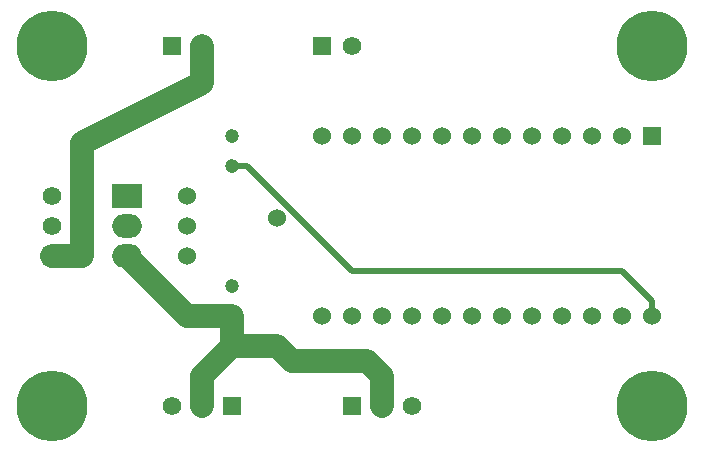
<source format=gbl>
G04 Layer: BottomLayer*
G04 EasyEDA v6.5.22, 2023-02-27 20:34:50*
G04 caa8996452b24255bb9f00db4a7e08d3,da3b0543d5484e77bd98afd5aefff037,10*
G04 Gerber Generator version 0.2*
G04 Scale: 100 percent, Rotated: No, Reflected: No *
G04 Dimensions in millimeters *
G04 leading zeros omitted , absolute positions ,4 integer and 5 decimal *
%FSLAX45Y45*%
%MOMM*%

%AMMACRO1*21,1,$1,$2,0,0,$3*%
%ADD10C,2.0000*%
%ADD11C,0.5000*%
%ADD12MACRO1,1.5748X1.5748X90.0000*%
%ADD13C,1.5748*%
%ADD14C,1.1938*%
%ADD15R,1.5240X1.5240*%
%ADD16C,1.5240*%
%ADD17C,6.0000*%
%ADD18C,0.7000*%
%ADD19R,1.5748X1.5748*%
%ADD20O,2.4999949999999997X1.9999959999999999*%
%ADD21MACRO1,2.0015X2.4994X-90.0000*%

%LPD*%
D10*
X1016000Y1651000D02*
G01*
X1524000Y1143000D01*
X1905000Y1143000D01*
X1905000Y889000D02*
G01*
X2286000Y889000D01*
X2413000Y762000D01*
X3048000Y762000D01*
X3175000Y635000D01*
X3175000Y381000D01*
X1905000Y1143000D02*
G01*
X1905000Y889000D01*
X1905000Y1143000D02*
G01*
X1905000Y889000D01*
X1651000Y635000D01*
X1651000Y381000D01*
D11*
X1905000Y2413000D02*
G01*
X2032000Y2413000D01*
X2921000Y1524000D01*
X5207000Y1524000D01*
X5461000Y1270000D01*
X5461000Y1143000D01*
D10*
X381000Y1651000D02*
G01*
X635000Y1651000D01*
X635000Y2603500D01*
X1651000Y3111500D01*
X1651000Y3429000D01*
D12*
G01*
X381000Y1651000D03*
D13*
G01*
X381000Y1905000D03*
G01*
X381000Y2159000D03*
D14*
G01*
X1905000Y1397000D03*
G01*
X1905000Y1143000D03*
G01*
X1905000Y2413000D03*
G01*
X1905000Y2667000D03*
D15*
G01*
X5461000Y2667000D03*
D16*
G01*
X5207000Y2667000D03*
G01*
X4699000Y2667000D03*
G01*
X4445000Y2667000D03*
G01*
X4191000Y2667000D03*
G01*
X3937000Y2667000D03*
G01*
X3683000Y2667000D03*
G01*
X3429000Y2667000D03*
G01*
X3175000Y2667000D03*
G01*
X2921000Y2667000D03*
G01*
X2667000Y2667000D03*
G01*
X2667000Y1143000D03*
G01*
X2921000Y1143000D03*
G01*
X3175000Y1143000D03*
G01*
X3429000Y1143000D03*
G01*
X3683000Y1143000D03*
G01*
X3937000Y1143000D03*
G01*
X4191000Y1143000D03*
G01*
X4445000Y1143000D03*
G01*
X4699000Y1143000D03*
G01*
X4953000Y1143000D03*
G01*
X5207000Y1143000D03*
G01*
X5461000Y1143000D03*
G01*
X4953000Y2667000D03*
D17*
G01*
X381000Y381000D03*
D18*
G01*
X221005Y226009D03*
G01*
X381000Y156006D03*
G01*
X600989Y381000D03*
G01*
X540994Y226009D03*
G01*
X545998Y540994D03*
G01*
X161010Y381000D03*
G01*
X221005Y540994D03*
G01*
X381000Y605993D03*
D17*
G01*
X5461000Y381000D03*
D18*
G01*
X5301005Y226009D03*
G01*
X5461000Y156006D03*
G01*
X5680989Y381000D03*
G01*
X5620994Y226009D03*
G01*
X5625998Y540994D03*
G01*
X5241010Y381000D03*
G01*
X5301005Y540994D03*
G01*
X5461000Y605993D03*
D17*
G01*
X5461000Y3429000D03*
D18*
G01*
X5301005Y3274009D03*
G01*
X5461000Y3204006D03*
G01*
X5680989Y3429000D03*
G01*
X5620994Y3274009D03*
G01*
X5625998Y3588994D03*
G01*
X5241010Y3429000D03*
G01*
X5301005Y3588994D03*
G01*
X5461000Y3653993D03*
D17*
G01*
X381000Y3429000D03*
D18*
G01*
X221005Y3274009D03*
G01*
X381000Y3204006D03*
G01*
X600989Y3429000D03*
G01*
X540994Y3274009D03*
G01*
X545998Y3588994D03*
G01*
X161010Y3429000D03*
G01*
X221005Y3588994D03*
G01*
X381000Y3653993D03*
D19*
G01*
X1397000Y3429000D03*
D13*
G01*
X1651000Y3429000D03*
D19*
G01*
X2667000Y3429000D03*
D13*
G01*
X2921000Y3429000D03*
D19*
G01*
X2921000Y381000D03*
D13*
G01*
X3175000Y381000D03*
G01*
X3429000Y381000D03*
D19*
G01*
X1905000Y381000D03*
D13*
G01*
X1651000Y381000D03*
G01*
X1397000Y381000D03*
D20*
G01*
X1016000Y1905000D03*
G01*
X1016000Y1651000D03*
D21*
G01*
X1016000Y2159000D03*
D16*
G01*
X1524000Y2159000D03*
G01*
X1524000Y1905000D03*
G01*
X1524000Y1651000D03*
G01*
X2286000Y1968500D03*
M02*

</source>
